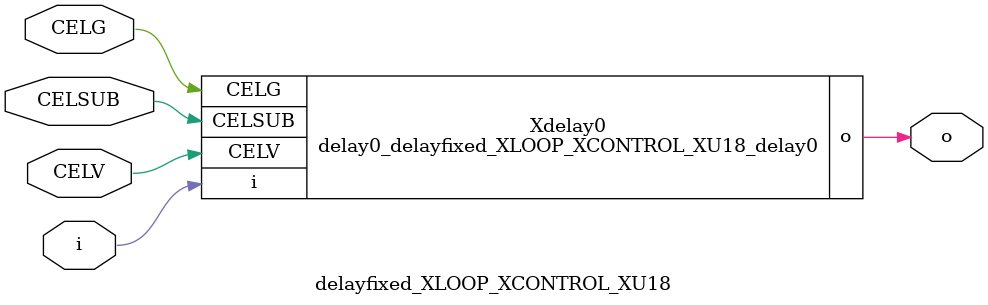
<source format=v>

module delay0_delayfixed_XLOOP_XCONTROL_XU18_delay0 (i, CELV, o,
CELG,CELSUB);
input CELV;
input i;
output o;
input CELSUB;
input CELG;
endmodule


//Celera Confidential Do Not Copy delayfixed_XLOOP_XCONTROL_XU18
//Celera Confidential Symbol Generator
//TYPE:fixed Egde:rise
module delayfixed_XLOOP_XCONTROL_XU18 (CELV,i,o,
CELG,CELSUB);
input CELV;
input i;
output o;
input CELG;
input CELSUB;

//Celera Confidential Do Not Copy delay0_delayfixed_XLOOP_XCONTROL_XU18_delay0
delay0_delayfixed_XLOOP_XCONTROL_XU18_delay0 Xdelay0(
.CELV (CELV),
.i (i),
.o (o),
.CELG (CELG),
.CELSUB (CELSUB)
);
//,diesize,delay0_delayfixed_XLOOP_XCONTROL_XU18_delay0
//Celera Confidential Do Not Copy Module End
//Celera Schematic Generator
endmodule

</source>
